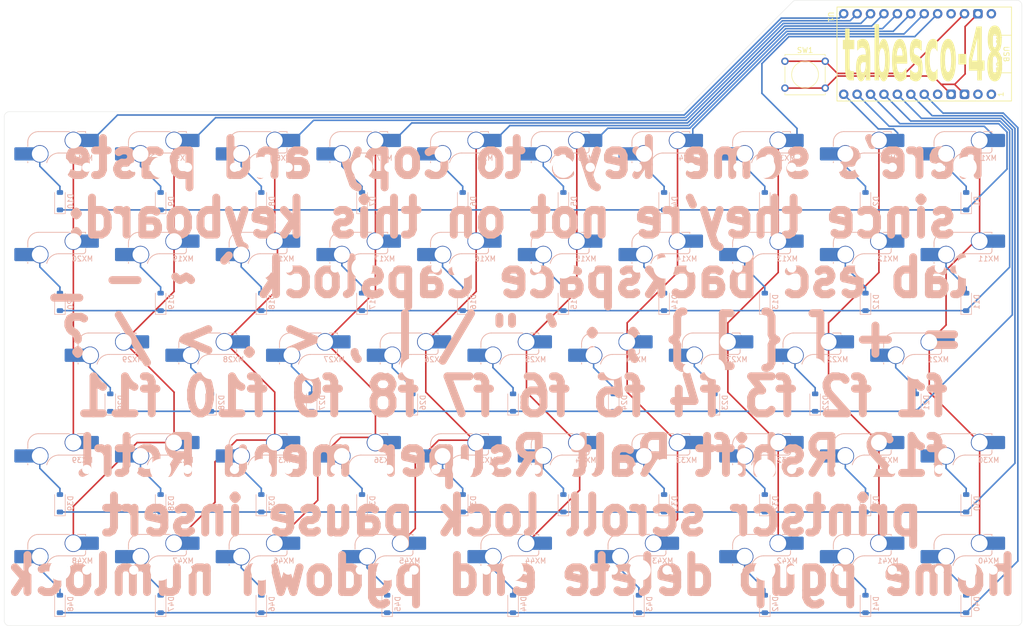
<source format=kicad_pcb>
(kicad_pcb (version 20240108) (generator "pcbnew") (generator_version "8.0")
  (layers (0 "F.Cu" signal) (31 "B.Cu" signal) (34 "B.Paste" user) (35 "F.Paste" user) (36 "B.SilkS" user "B.Silkscreen") (37 "F.SilkS" user "F.Silkscreen") (38 "B.Mask" user) (39 "F.Mask" user) (44 "Edge.Cuts" user))
  (net 0 "")
  (net 1 "/row0")
  (net 2 "Net-(D1-A)")
  (net 3 "Net-(D2-A)")
  (net 4 "Net-(D3-A)")
  (net 5 "Net-(D4-A)")
  (net 6 "Net-(D5-A)")
  (net 7 "Net-(D6-A)")
  (net 8 "Net-(D7-A)")
  (net 9 "Net-(D8-A)")
  (net 10 "Net-(D9-A)")
  (net 11 "Net-(D10-A)")
  (net 12 "Net-(D11-A)")
  (net 13 "/row1")
  (net 14 "Net-(D12-A)")
  (net 15 "Net-(D13-A)")
  (net 16 "Net-(D14-A)")
  (net 17 "Net-(D15-A)")
  (net 18 "Net-(D16-A)")
  (net 19 "Net-(D17-A)")
  (net 20 "Net-(D18-A)")
  (net 21 "Net-(D19-A)")
  (net 22 "Net-(D20-A)")
  (net 23 "Net-(D21-A)")
  (net 24 "/row2")
  (net 25 "Net-(D22-A)")
  (net 26 "Net-(D23-A)")
  (net 27 "Net-(D24-A)")
  (net 28 "Net-(D25-A)")
  (net 29 "Net-(D26-A)")
  (net 30 "Net-(D27-A)")
  (net 31 "Net-(D28-A)")
  (net 32 "Net-(D29-A)")
  (net 33 "Net-(D30-A)")
  (net 34 "/row3")
  (net 35 "Net-(D31-A)")
  (net 36 "Net-(D32-A)")
  (net 37 "Net-(D33-A)")
  (net 38 "Net-(D34-A)")
  (net 39 "Net-(D35-A)")
  (net 40 "Net-(D36-A)")
  (net 41 "Net-(D37-A)")
  (net 42 "Net-(D38-A)")
  (net 43 "Net-(D39-A)")
  (net 44 "/row4")
  (net 45 "Net-(D40-A)")
  (net 46 "Net-(D41-A)")
  (net 47 "Net-(D42-A)")
  (net 48 "Net-(D43-A)")
  (net 49 "Net-(D44-A)")
  (net 50 "Net-(D45-A)")
  (net 51 "Net-(D46-A)")
  (net 52 "Net-(D47-A)")
  (net 53 "Net-(D48-A)")
  (net 54 "/col0")
  (net 55 "/col1")
  (net 56 "/col2")
  (net 57 "/col3")
  (net 58 "/col4")
  (net 59 "/col5")
  (net 60 "/col6")
  (net 61 "/col7")
  (net 62 "/col8")
  (net 63 "/col9")
  (net 64 "RST")
  (net 65 "GND")
  (net 66 "VCC")
  (net 68 "/col_tmo")
  (footprint "Button_Switch_THT:SW_Tactile_Straight_KSA0Axx1LFTR" (layer "F.Cu") (at 206.629 37.846)
    (property "Reference" "SW1")
    (property "Value" "SW_Push")
  )
  (footprint "marbastlib-xp-promicroish:ProMicro_USBdn" (layer "F.Cu") (at 231.7115 36.48075 -90)
    (property "Reference" "U1")
    (property "Value" "ProMicro")
  )
  (footprint "marbastlib-mx:SW_MX_HS_CPG151101S11_1u" (layer "B.Cu") (at 183.769 115.062 180)
    (property "Reference" "MX33")
    (property "Value" "MX_SW_HS")
  )
  (footprint "marbastlib-mx:SW_MX_HS_CPG151101S11_1u" (layer "B.Cu") (at 221.869 115.062 180)
    (property "Reference" "MX31")
    (property "Value" "MX_SW_HS")
  )
  (footprint "marbastlib-mx:SW_MX_HS_CPG151101S11_1u" (layer "B.Cu") (at 155.194 134.112 180)
    (property "Reference" "MX44")
    (property "Value" "MX_SW_HS")
  )
  (footprint "marbastlib-mx:SW_MX_HS_CPG151101S11_1u" (layer "B.Cu") (at 183.769 57.912 180)
    (property "Reference" "MX4")
    (property "Value" "MX_SW_HS")
  )
  (footprint "marbastlib-mx:SW_MX_HS_CPG151101S11_1u" (layer "B.Cu") (at 221.869 76.962 180)
    (property "Reference" "MX12")
    (property "Value" "MX_SW_HS")
  )
  (footprint "marbastlib-mx:SW_MX_HS_CPG151101S11_1u" (layer "B.Cu") (at 107.569 115.062 180)
    (property "Reference" "MX37")
    (property "Value" "MX_SW_HS")
  )
  (footprint "marbastlib-mx:SW_MX_HS_CPG151101S11_1u" (layer "B.Cu") (at 69.469 76.962 180)
    (property "Reference" "MX20")
    (property "Value" "MX_SW_HS")
  )
  (footprint "marbastlib-mx:SW_MX_HS_CPG151101S11_1u" (layer "B.Cu") (at 69.469 115.062 180)
    (property "Reference" "MX39")
    (property "Value" "MX_SW_HS")
  )
  (footprint "marbastlib-mx:SW_MX_HS_CPG151101S11_1u" (layer "B.Cu") (at 202.819 57.912 180)
    (property "Reference" "MX3")
    (property "Value" "MX_SW_HS")
  )
  (footprint "marbastlib-mx:SW_MX_HS_CPG151101S11_1u" (layer "B.Cu") (at 202.819 76.962 180)
    (property "Reference" "MX13")
    (property "Value" "MX_SW_HS")
  )
  (footprint "Diode_SMD:D_SOD-123" (layer "B.Cu") (at 202.819 121.4745 90)
    (property "Reference" "D32")
    (property "Value" "D_Small")
  )
  (footprint "Diode_SMD:D_SOD-123" (layer "B.Cu") (at 221.869 121.4745 90)
    (property "Reference" "D31")
    (property "Value" "D_Small")
  )
  (footprint "marbastlib-mx:SW_MX_HS_CPG151101S11_1u" (layer "B.Cu") (at 221.869 57.912 180)
    (property "Reference" "MX2")
    (property "Value" "MX_SW_HS")
  )
  (footprint "marbastlib-mx:SW_MX_HS_CPG151101S11_1u" (layer "B.Cu") (at 126.619 57.912 180)
    (property "Reference" "MX7")
    (property "Value" "MX_SW_HS")
  )
  (footprint "Diode_SMD:D_SOD-123" (layer "B.Cu") (at 126.619 121.4745 90)
    (property "Reference" "D36")
    (property "Value" "D_Small")
  )
  (footprint "Diode_SMD:D_SOD-123" (layer "B.Cu") (at 164.719 83.3745 90)
    (property "Reference" "D15")
    (property "Value" "D_Small")
  )
  (footprint "marbastlib-mx:SW_MX_HS_CPG151101S11_1u" (layer "B.Cu") (at 240.919 57.912 180)
    (property "Reference" "MX1")
    (property "Value" "MX_SW_HS")
  )
  (footprint "marbastlib-mx:SW_MX_HS_CPG151101S11_1u" (layer "B.Cu") (at 88.519 76.962 180)
    (property "Reference" "MX19")
    (property "Value" "MX_SW_HS")
  )
  (footprint "Diode_SMD:D_SOD-123" (layer "B.Cu") (at 145.669 64.3245 90)
    (property "Reference" "D6")
    (property "Value" "D_Small")
  )
  (footprint "Diode_SMD:D_SOD-123" (layer "B.Cu") (at 164.719 64.3245 90)
    (property "Reference" "D5")
    (property "Value" "D_Small")
  )
  (footprint "marbastlib-mx:SW_MX_HS_CPG151101S11_1u" (layer "B.Cu") (at 240.919 134.112 180)
    (property "Reference" "MX40")
    (property "Value" "MX_SW_HS")
  )
  (footprint "marbastlib-mx:SW_MX_HS_CPG151101S11_1u" (layer "B.Cu") (at 126.619 115.062 180)
    (property "Reference" "MX36")
    (property "Value" "MX_SW_HS")
  )
  (footprint "marbastlib-mx:SW_MX_HS_CPG151101S11_1u" (layer "B.Cu") (at 107.569 134.112 180)
    (property "Reference" "MX46")
    (property "Value" "MX_SW_HS")
  )
  (footprint "Diode_SMD:D_SOD-123" (layer "B.Cu") (at 131.3815 140.5245 90)
    (property "Reference" "D45")
    (property "Value" "D_Small")
  )
  (footprint "marbastlib-mx:SW_MX_HS_CPG151101S11_1u" (layer "B.Cu") (at 145.669 76.962 180)
    (property "Reference" "MX16")
    (property "Value" "MX_SW_HS")
  )
  (footprint "marbastlib-mx:SW_MX_HS_CPG151101S11_1u" (layer "B.Cu") (at 221.869 134.112 180)
    (property "Reference" "MX41")
    (property "Value" "MX_SW_HS")
  )
  (footprint "marbastlib-mx:SW_MX_HS_CPG151101S11_1u" (layer "B.Cu") (at 126.619 76.962 180)
    (property "Reference" "MX17")
    (property "Value" "MX_SW_HS")
  )
  (footprint "Diode_SMD:D_SOD-123" (layer "B.Cu") (at 88.519 64.3245 90)
    (property "Reference" "D9")
    (property "Value" "D_Small")
  )
  (footprint "marbastlib-mx:SW_MX_HS_CPG151101S11_1u" (layer "B.Cu") (at 88.519 57.912 180)
    (property "Reference" "MX9")
    (property "Value" "MX_SW_HS")
  )
  (footprint "marbastlib-mx:SW_MX_HS_CPG151101S11_1u" (layer "B.Cu") (at 155.194 96.012 180)
    (property "Reference" "MX25")
    (property "Value" "MX_SW_HS")
  )
  (footprint "Diode_SMD:D_SOD-123" (layer "B.Cu") (at 69.469 121.4745 90)
    (property "Reference" "D39")
    (property "Value" "D_Small")
  )
  (footprint "Diode_SMD:D_SOD-123" (layer "B.Cu") (at 69.469 140.5245 90)
    (property "Reference" "D48")
    (property "Value" "D_Small")
  )
  (footprint "marbastlib-mx:SW_MX_HS_CPG151101S11_1u" (layer "B.Cu") (at 69.469 57.912 180)
    (property "Reference" "MX10")
    (property "Value" "MX_SW_HS")
  )
  (footprint "Diode_SMD:D_SOD-123" (layer "B.Cu") (at 88.519 83.3745 90)
    (property "Reference" "D19")
    (property "Value" "D_Small")
  )
  (footprint "Diode_SMD:D_SOD-123" (layer "B.Cu") (at 183.769 64.3245 90)
    (property "Reference" "D4")
    (property "Value" "D_Small")
  )
  (footprint "marbastlib-mx:SW_MX_HS_CPG151101S11_1u" (layer "B.Cu") (at 164.719 57.912 180)
    (property "Reference" "MX5")
    (property "Value" "MX_SW_HS")
  )
  (footprint "marbastlib-mx:SW_MX_HS_CPG151101S11_1u" (layer "B.Cu") (at 193.294 96.012 180)
    (property "Reference" "MX23")
    (property "Value" "MX_SW_HS")
  )
  (footprint "Diode_SMD:D_SOD-123" (layer "B.Cu") (at 174.244 102.4245 90)
    (property "Reference" "D24")
    (property "Value" "D_Small")
  )
  (footprint "Diode_SMD:D_SOD-123" (layer "B.Cu") (at 221.869 83.3745 90)
    (property "Reference" "D12")
    (property "Value" "D_Small")
  )
  (footprint "Diode_SMD:D_SOD-123" (layer "B.Cu") (at 126.619 83.3745 90)
    (property "Reference" "D17")
    (property "Value" "D_Small")
  )
  (footprint "Diode_SMD:D_SOD-123" (layer "B.Cu") (at 107.569 64.3245 90)
    (property "Reference" "D8")
    (property "Value" "D_Small")
  )
  (footprint "marbastlib-mx:SW_MX_HS_CPG151101S11_1u" (layer "B.Cu") (at 174.244 96.012 180)
    (property "Reference" "MX24")
    (property "Value" "MX_SW_HS")
  )
  (footprint "marbastlib-mx:SW_MX_HS_CPG151101S11_1u" (layer "B.Cu") (at 117.094 96.012 180)
    (property "Reference" "MX27")
    (property "Value" "MX_SW_HS")
  )
  (footprint "Diode_SMD:D_SOD-123" (layer "B.Cu") (at 179.0065 140.5245 90)
    (property "Reference" "D43")
    (property "Value" "D_Small")
  )
  (footprint "Diode_SMD:D_SOD-123" (layer "B.Cu") (at 202.819 83.3745 90)
    (property "Reference" "D13")
    (property "Value" "D_Small")
  )
  (footprint "Diode_SMD:D_SOD-123" (layer "B.Cu") (at 126.619 64.3245 90)
    (property "Reference" "D7")
    (property "Value" "D_Small")
  )
  (footprint "Diode_SMD:D_SOD-123" (layer "B.Cu") (at 240.919 121.4745 90)
    (property "Reference" "D30")
    (property "Value" "D_Small")
  )
  (footprint "Diode_SMD:D_SOD-123" (layer "B.Cu") (at 221.869 64.3245 90)
    (property "Reference" "D2")
    (property "Value" "D_Small")
  )
  (footprint "Diode_SMD:D_SOD-123" (layer "B.Cu") (at 240.919 64.3245 90)
    (property "Reference" "D1")
    (property "Value" "D_Small")
  )
  (footprint "marbastlib-mx:SW_MX_HS_CPG151101S11_1u" (layer "B.Cu") (at 88.519 134.112 180)
    (property "Reference" "MX47")
    (property "Value" "MX_SW_HS")
  )
  (footprint "Diode_SMD:D_SOD-123" (layer "B.Cu") (at 202.819 140.5245 90)
    (property "Reference" "D42")
    (property "Value" "D_Small")
  )
  (footprint "marbastlib-mx:SW_MX_HS_CPG151101S11_1u" (layer "B.Cu") (at 240.919 115.062 180)
    (property "Reference" "MX30")
    (property "Value" "MX_SW_HS")
  )
  (footprint "marbastlib-mx:SW_MX_HS_CPG151101S11_1u" (layer "B.Cu") (at 183.769 76.962 180)
    (property "Reference" "MX14")
    (property "Value" "MX_SW_HS")
  )
  (footprint "Diode_SMD:D_SOD-123" (layer "B.Cu") (at 145.669 121.4745 90)
    (property "Reference" "D35")
    (property "Value" "D_Small")
  )
  (footprint "marbastlib-mx:SW_MX_HS_CPG151101S11_1u" (layer "B.Cu") (at 240.919 76.962 180)
    (property "Reference" "MX11")
    (property "Value" "MX_SW_HS")
  )
  (footprint "marbastlib-mx:SW_MX_HS_CPG151101S11_1u" (layer "B.Cu") (at 212.344 96.012 180)
    (property "Reference" "MX22")
    (property "Value" "MX_SW_HS")
  )
  (footprint "Diode_SMD:D_SOD-123" (layer "B.Cu") (at 88.519 121.4745 90)
    (property "Reference" "D38")
    (property "Value" "D_Small")
  )
  (footprint "marbastlib-mx:SW_MX_HS_CPG151101S11_1u" (layer "B.Cu") (at 164.719 76.962 180)
    (property "Reference" "MX15")
    (property "Value" "MX_SW_HS")
  )
  (footprint "marbastlib-mx:SW_MX_HS_CPG151101S11_1u" (layer "B.Cu") (at 179.244 134.112 180)
    (property "Reference" "MX43")
    (property "Value" "MX_SW_HS")
  )
  (footprint "marbastlib-mx:SW_MX_HS_CPG151101S11_1u" (layer "B.Cu") (at 145.669 115.062 180)
    (property "Reference" "MX35")
    (property "Value" "MX_SW_HS")
  )
  (footprint "Diode_SMD:D_SOD-123" (layer "B.Cu") (at 145.669 83.3745 90)
    (property "Reference" "D16")
    (property "Value" "D_Small")
  )
  (footprint "Diode_SMD:D_SOD-123" (layer "B.Cu") (at 107.569 121.4745 90)
    (property "Reference" "D37")
    (property "Value" "D_Small")
  )
  (footprint "Diode_SMD:D_SOD-123" (layer "B.Cu") (at 164.719 121.4745 90)
    (property "Reference" "D34")
    (property "Value" "D_Small")
  )
  (footprint "Diode_SMD:D_SOD-123" (layer "B.Cu") (at 78.994 102.4245 90)
    (property "Reference" "D29")
    (property "Value" "D_Small")
  )
  (footprint "Diode_SMD:D_SOD-123" (layer "B.Cu") (at 69.469 83.3745 90)
    (property "Reference" "D20")
    (property "Value" "D_Small")
  )
  (footprint "marbastlib-mx:SW_MX_HS_CPG151101S11_1u" (layer "B.Cu") (at 78.994 96.012 180)
    (property "Reference" "MX29")
    (property "Value" "MX_SW_HS")
  )
  (footprint "Diode_SMD:D_SOD-123" (layer "B.Cu") (at 193.294 102.4245 90)
    (property "Reference" "D23")
    (property "Value" "D_Small")
  )
  (footprint "Diode_SMD:D_SOD-123" (layer "B.Cu") (at 240.919 140.5245 90)
    (property "Reference" "D40")
    (property "Value" "D_Small")
  )
  (footprint "marbastlib-mx:SW_MX_HS_CPG151101S11_1u" (layer "B.Cu") (at 164.719 115.062 180)
    (property "Reference" "MX34")
    (property "Value" "MX_SW_HS")
  )
  (footprint "Diode_SMD:D_SOD-123" (layer "B.Cu") (at 231.394 102.4245 90)
    (property "Reference" "D21")
    (property "Value" "D_Small")
  )
  (footprint "marbastlib-mx:SW_MX_HS_CPG151101S11_1u" (layer "B.Cu") (at 107.569 57.912 180)
    (property "Reference" "MX8")
    (property "Value" "MX_SW_HS")
  )
  (footprint "Diode_SMD:D_SOD-123" (layer "B.Cu") (at 107.569 83.3745 90)
    (property "Reference" "D18")
    (property "Value" "D_Small")
  )
  (footprint "Diode_SMD:D_SOD-123" (layer "B.Cu") (at 155.194 102.4245 90)
    (property "Reference" "D25")
    (property "Value" "D_Small")
  )
  (footprint "Diode_SMD:D_SOD-123" (layer "B.Cu") (at 136.144 102.4245 90)
    (property "Reference" "D26")
    (property "Value" "D_Small")
  )
  (footprint "marbastlib-mx:SW_MX_HS_CPG151101S11_1u" (layer "B.Cu") (at 136.144 96.012 180)
    (property "Reference" "MX26")
    (property "Value" "MX_SW_HS")
  )
  (footprint "Diode_SMD:D_SOD-123" (layer "B.Cu") (at 117.094 102.4245 90)
    (property "Reference" "D27")
    (property "Value" "D_Small")
  )
  (footprint "marbastlib-mx:SW_MX_HS_CPG151101S11_1u" (layer "B.Cu") (at 69.469 134.112 180)
    (property "Reference" "MX48")
    (property "Value" "MX_SW_HS")
  )
  (footprint "marbastlib-mx:SW_MX_HS_CPG151101S11_1u" (layer "B.Cu") (at 145.669 57.912 180)
    (property "Reference" "MX6")
    (property "Value" "MX_SW_HS")
  )
  (footprint "marbastlib-mx:SW_MX_HS_CPG151101S11_1u" (layer "B.Cu") (at 98.044 96.012 180)
    (property "Reference" "MX28")
    (property "Value" "MX_SW_HS")
  )
  (footprint "marbastlib-mx:SW_MX_HS_CPG151101S11_1u" (layer "B.Cu") (at 88.519 115.062 180)
    (property "Reference" "MX38")
    (property "Value" "MX_SW_HS")
  )
  (footprint "Diode_SMD:D_SOD-123" (layer "B.Cu") (at 88.519 140.5245 90)
    (property "Reference" "D47")
    (property "Value" "D_Small")
  )
  (footprint "Diode_SMD:D_SOD-123" (layer "B.Cu") (at 155.194 140.5245 90)
    (property "Reference" "D44")
    (property "Value" "D_Small")
  )
  (footprint "Diode_SMD:D_SOD-123" (layer "B.Cu") (at 221.869 140.5245 90)
    (property "Reference" "D41")
    (property "Value" "D_Small")
  )
  (footprint "Diode_SMD:D_SOD-123" (layer "B.Cu") (at 202.819 64.3245 90)
    (property "Reference" "D3")
    (property "Value" "D_Small")
  )
  (footprint "marbastlib-mx:SW_MX_HS_CPG151101S11_1u" (layer "B.Cu") (at 107.569 76.962 180)
    (property "Reference" "MX18")
    (property "Value" "MX_SW_HS")
  )
  (footprint "Diode_SMD:D_SOD-123" (layer "B.Cu") (at 183.769 121.4745 90)
    (property "Reference" "D33")
    (property "Value" "D_Small")
  )
  (footprint "Diode_SMD:D_SOD-123" (layer "B.Cu") (at 69.469 64.3245 90)
    (property "Reference" "D10")
    (property "Value" "D_Small")
  )
  (footprint "Diode_SMD:D_SOD-123" (layer "B.Cu") (at 212.344 102.4245 90)
    (property "Reference" "D22")
    (property "Value" "D_Small")
  )
  (footprint "marbastlib-mx:SW_MX_HS_CPG151101S11_1u" (layer "B.Cu") (at 131.3815 134.112 180)
    (property "Reference" "MX45")
    (property "Value" "MX_SW_HS")
  )
  (footprint "Diode_SMD:D_SOD-123" (layer "B.Cu") (at 107.569 140.5245 90)
    (property "Reference" "D46")
    (property "Value" "D_Small")
  )
  (footprint "Diode_SMD:D_SOD-123" (layer "B.Cu") (at 98.044 102.4245 90)
    (property "Reference" "D28")
    (property "Value" "D_Small")
  )
  (footprint "marbastlib-mx:SW_MX_HS_CPG151101S11_1u" (layer "B.Cu") (at 202.819 115.062 180)
    (property "Reference" "MX32")
    (property "Value" "MX_SW_HS")
  )
  (footprint "marbastlib-mx:SW_MX_HS_CPG151101S11_1u" (layer "B.Cu") (at 231.394 96.012 180)
    (property "Reference" "MX21")
    (property "Value" "MX_SW_HS")
  )
  (footprint "Diode_SMD:D_SOD-123" (layer "B.Cu") (at 240.919 83.3745 90)
    (property "Reference" "D11")
    (property "Value" "D_Small")
  )
  (footprint "marbastlib-mx:SW_MX_HS_CPG151101S11_1u" (layer "B.Cu") (at 202.819 134.112 180)
    (property "Reference" "MX42")
    (property "Value" "MX_SW_HS")
  )
  (footprint "Diode_SMD:D_SOD-123" (layer "B.Cu") (at 183.769 83.3745 90)
    (property "Reference" "D14")
    (property "Value" "D_Small")
  )
  (gr_arc (start 58.928 48.387) (mid 59.22558 47.66858) (end 59.944 47.371) (stroke (width 0.05)) (layer "Edge.Cuts"))
  (gr_line (start 208.834 26.287) (end 250.444 26.289) (stroke (width 0.05)) (layer "Edge.Cuts"))
  (gr_line (start 208.153989 26.537265) (end 187.574 47.117) (stroke (width 0.05)) (layer "Edge.Cuts"))
  (gr_line (start 251.46 27.305) (end 251.46 143.637) (stroke (width 0.05)) (layer "Edge.Cuts"))
  (gr_arc (start 250.444 26.289) (mid 251.16242 26.58658) (end 251.46 27.305) (stroke (width 0.05)) (layer "Edge.Cuts"))
  (gr_arc (start 208.153989 26.537265) (mid 208.468943 26.344063) (end 208.834 26.287) (stroke (width 0.05)) (layer "Edge.Cuts"))
  (gr_arc (start 187.574 47.117) (mid 187.259046 47.310202) (end 186.893989 47.367265) (stroke (width 0.05)) (layer "Edge.Cuts"))
  (gr_line (start 59.944 144.653) (end 250.444 144.653) (stroke (width 0.05)) (layer "Edge.Cuts"))
  (gr_line (start 58.928 48.387) (end 58.928 143.637) (stroke (width 0.05)) (layer "Edge.Cuts"))
  (gr_line (start 59.944 47.371) (end 186.893989 47.367265) (stroke (width 0.05)) (layer "Edge.Cuts"))
  (gr_arc (start 59.944 144.653) (mid 59.22558 144.35542) (end 58.928 143.637) (stroke (width 0.05)) (layer "Edge.Cuts"))
  (gr_arc (start 251.46 143.637) (mid 251.16242 144.35542) (end 250.444 144.653) (stroke (width 0.05)) (layer "Edge.Cuts"))
  (gr_text "here's some keys to copy and paste \nsince they're not on this keyboard:\ntab esc backspace capslock ` ~ - _\n= + [ { ] } ; : ' {dblquote} \\ | , < . > / ?\nf1 f2 f3 f4 f5 f6 f7 f8 f9 f10 f11\nf12 Rshift Ralt Rsuper menu Rctrl\nprintscr scroll lock pause insert\nhome pgup delete end pgdown numlock\n" (at 154.993134 95.661112 0) (layer "B.SilkS") (effects (font (size 7 6.25) (thickness 1.5) (bold yes)) (justify mirror)))
  (gr_text "tabesco-48" (at 232.774 37.317 0) (layer "F.SilkS") (effects (font (size 10 3.5) (thickness 0.8) (bold yes))))
  (segment (start 228.37775 49.657) (end 247.064 49.657) (width 0.3) (layer "B.Cu") (net 1))
  (segment (start 221.869 65.9745) (end 202.819 65.9745) (width 0.3) (layer "B.Cu") (net 1))
  (segment (start 248.644 58.2495) (end 240.919 65.9745) (width 0.3) (layer "B.Cu") (net 1))
  (segment (start 240.919 65.9745) (end 221.869 65.9745) (width 0.3) (layer "B.Cu") (net 1))
  (segment (start 202.819 65.9745) (end 69.469 65.9745) (width 0.3) (layer "B.Cu") (net 1))
  (segment (start 247.064 49.657) (end 248.644 51.237) (width 0.3) (layer "B.Cu") (net 1))
  (segment (start 248.644 51.237) (end 248.644 58.2495) (width 0.3) (layer "B.Cu") (net 1))
  (segment (start 222.8215 44.10075) (end 228.37775 49.657) (width 0.3) (layer "B.Cu") (net 1))
  (segment (start 240.919 61.515452) (end 240.919 62.6745) (width 0.3) (layer "B.Cu") (net 2))
  (segment (start 237.109 55.372) (end 237.109 57.705452) (width 0.3) (layer "B.Cu") (net 2))
  (segment (start 237.109 57.705452) (end 240.919 61.515452) (width 0.3) (layer "B.Cu") (net 2))
  (segment (start 218.059 57.705452) (end 221.869 61.515452) (width 0.3) (layer "B.Cu") (net 3))
  (segment (start 221.869 61.515452) (end 221.869 62.6745) (width 0.3) (layer "B.Cu") (net 3))
  (segment (start 218.059 55.372) (end 218.059 57.705452) (width 0.3) (layer "B.Cu") (net 3))
  (segment (start 199.009 57.705452) (end 202.819 61.515452) (width 0.3) (layer "B.Cu") (net 4))
  (segment (start 202.819 61.515452) (end 202.819 62.6745) (width 0.3) (layer "B.Cu") (net 4))
  (segment (start 199.009 55.372) (end 199.009 57.705452) (width 0.3) (layer "B.Cu") (net 4))
  (segment (start 179.959 55.372) (end 179.959 57.705452) (width 0.3) (layer "B.Cu") (net 5))
  (segment (start 183.769 61.515452) (end 183.769 62.6745) (width 0.3) (layer "B.Cu") (net 5))
  (segment (start 179.959 57.705452) (end 183.769 61.515452) (width 0.3) (layer "B.Cu") (net 5))
  (segment (start 160.909 57.705452) (end 164.719 61.515452) (width 0.3) (layer "B.Cu") (net 6))
  (segment (start 164.719 61.515452) (end 164.719 62.6745) (width 0.3) (layer "B.Cu") (net 6))
  (segment (start 160.909 55.372) (end 160.909 57.705452) (width 0.3) (layer "B.Cu") (net 6))
  (segment (start 145.669 61.515452) (end 145.669 62.6745) (width 0.3) (layer "B.Cu") (net 7))
  (segment (start 141.859 57.705452) (end 145.669 61.515452) (width 0.3) (layer "B.Cu") (net 7))
  (segment (start 141.859 55.372) (end 141.859 57.705452) (width 0.3) (layer "B.Cu") (net 7))
  (segment (start 122.809 57.705452) (end 126.619 61.515452) (width 0.3) (layer "B.Cu") (net 8))
  (segment (start 126.619 61.515452) (end 126.619 62.6745) (width 0.3) (layer "B.Cu") (net 8))
  (segment (start 122.809 55.372) (end 122.809 57.705452) (width 0.3) (layer "B.Cu") (net 8))
  (segment (start 103.759 57.705452) (end 107.569 61.515452) (width 0.3) (layer "B.Cu") (net 9))
  (segment (start 107.569 61.515452) (end 107.569 62.6745) (width 0.3) (layer "B.Cu") (net 9))
  (segment (start 103.759 55.372) (end 103.759 57.705452) (width 0.3) (layer "B.Cu") (net 9))
  (segment (start 84.709 55.372) (end 84.709 57.705452) (width 0.3) (layer "B.Cu") (net 10))
  (segment (start 88.519 61.515452) (end 88.519 62.6745) (width 0.3) (layer "B.Cu") (net 10))
  (segment (start 84.709 57.705452) (end 88.519 61.515452) (width 0.3) (layer "B.Cu") (net 10))
  (segment (start 69.469 61.515452) (end 69.469 62.6745) (width 0.3) (layer "B.Cu") (net 11))
  (segment (start 65.659 55.372) (end 65.659 57.705452) (width 0.3) (layer "B.Cu") (net 11))
  (segment (start 65.659 57.705452) (end 69.469 61.515452) (width 0.3) (layer "B.Cu") (net 11))
  (segment (start 237.109 74.422) (end 237.109 76.755452) (width 0.3) (layer "B.Cu") (net 12))
  (segment (start 237.109 76.755452) (end 240.919 80.565452) (width 0.3) (layer "B.Cu") (net 12))
  (segment (start 240.919 80.565452) (end 240.919 81.7245) (width 0.3) (layer "B.Cu") (net 12))
  (segment (start 249.144 50.991) (end 249.144 76.7995) (width 0.3) (layer "B.Cu") (net 13))
  (segment (start 247.31 49.157) (end 249.144 50.991) (width 0.3) (layer "B.Cu") (net 13))
  (segment (start 249.144 76.7995) (end 240.919 85.0245) (width 0.3) (layer "B.Cu") (net 13))
  (segment (start 225.3615 44.10075) (end 230.41775 49.157) (width 0.3) (layer "B.Cu") (net 13))
  (segment (start 230.41775 49.157) (end 247.31 49.157) (width 0.3) (layer "B.Cu") (net 13))
  (segment (start 69.469 85.0245) (end 240.919 85.0245) (width 0.3) (layer "B.Cu") (net 13))
  (segment (start 221.869 80.565452) (end 221.869 81.7245) (width 0.3) (layer "B.Cu") (net 14))
  (segment (start 218.059 74.422) (end 218.059 76.755452) (width 0.3) (layer "B.Cu") (net 14))
  (segment (start 218.059 76.755452) (end 221.869 80.565452) (width 0.3) (layer "B.Cu") (net 14))
  (segment (start 199.009 76.755452) (end 202.819 80.565452) (width 0.3) (layer "B.Cu") (net 15))
  (segment (start 202.819 80.565452) (end 202.819 81.7245) (width 0.3) (layer "B.Cu") (net 15))
  (segment (start 199.009 74.422) (end 199.009 76.755452) (width 0.3) (layer "B.Cu") (net 15))
  (segment (start 179.959 74.422) (end 179.959 76.755452) (width 0.3) (layer "B.Cu") (net 16))
  (segment (start 183.769 80.565452) (end 183.769 81.7245) (width 0.3) (layer "B.Cu") (net 16))
  (segment (start 179.959 76.755452) (end 183.769 80.565452) (width 0.3) (layer "B.Cu") (net 16))
  (segment (start 160.909 74.422) (end 160.909 76.755452) (width 0.3) (layer "B.Cu") (net 17))
  (segment (start 164.719 80.565452) (end 164.719 81.7245) (width 0.3) (layer "B.Cu") (net 17))
  (segment (start 160.909 76.755452) (end 164.719 80.565452) (width 0.3) (layer "B.Cu") (net 17))
  (segment (start 141.859 76.755452) (end 145.669 80.565452) (width 0.3) (layer "B.Cu") (net 18))
  (segment (start 145.669 80.565452) (end 145.669 81.7245) (width 0.3) (layer "B.Cu") (net 18))
  (segment (start 141.859 74.422) (end 141.859 76.755452) (width 0.3) (layer "B.Cu") (net 18))
  (segment (start 122.809 74.422) (end 122.809 76.537486) (width 0.3) (layer "B.Cu") (net 19))
  (segment (start 126.619 80.347486) (end 126.619 81.7245) (width 0.3) (layer "B.Cu") (net 19))
  (segment (start 122.809 76.537486) (end 126.619 80.347486) (width 0.3) (layer "B.Cu") (net 19))
  (segment (start 103.759 76.755452) (end 107.569 80.565452) (width 0.3) (layer "B.Cu") (net 20))
  (segment (start 103.759 74.422) (end 103.759 76.755452) (width 0.3) (layer "B.Cu") (net 20))
  (segment (start 107.569 80.565452) (end 107.569 81.7245) (width 0.3) (layer "B.Cu") (net 20))
  (segment (start 84.709 76.755452) (end 88.519 80.565452) (width 0.3) (layer "B.Cu") (net 21))
  (segment (start 88.519 80.565452) (end 88.519 81.7245) (width 0.3) (layer "B.Cu") (net 21))
  (segment (start 84.709 74.422) (end 84.709 76.755452) (width 0.3) (layer "B.Cu") (net 21))
  (segment (start 69.469 80.565452) (end 69.469 81.7245) (width 0.3) (layer "B.Cu") (net 22))
  (segment (start 65.659 74.422) (end 65.659 76.755452) (width 0.3) (layer "B.Cu") (net 22))
  (segment (start 65.659 76.755452) (end 69.469 80.565452) (width 0.3) (layer "B.Cu") (net 22))
  (segment (start 231.394 99.615452) (end 231.394 100.7745) (width 0.3) (layer "B.Cu") (net 23))
  (segment (start 227.584 93.472) (end 227.584 95.805452) (width 0.3) (layer "B.Cu") (net 23))
  (segment (start 227.584 95.805452) (end 231.394 99.615452) (width 0.3) (layer "B.Cu") (net 23))
  (segment (start 247.517107 48.657) (end 249.644 50.783893) (width 0.3) (layer "B.Cu") (net 24))
  (segment (start 231.394 104.0745) (end 78.994 104.0745) (width 0.3) (layer "B.Cu") (net 24))
  (segment (start 249.644 85.8245) (end 231.394 104.0745) (width 0.3) (layer "B.Cu") (net 24))
  (segment (start 227.9015 44.10075) (end 232.45775 48.657) (width 0.3) (layer "B.Cu") (net 24))
  (segment (start 232.45775 48.657) (end 247.517107 48.657) (width 0.3) (layer "B.Cu") (net 24))
  (segment (start 249.644 50.783893) (end 249.644 85.8245) (width 0.3) (layer "B.Cu") (net 24))
  (segment (start 208.534 95.805452) (end 212.344 99.615452) (width 0.3) (layer "B.Cu") (net 25))
  (segment (start 208.534 93.472) (end 208.534 95.805452) (width 0.3) (layer "B.Cu") (net 25))
  (segment (start 212.344 99.615452) (end 212.344 100.7745) (width 0.3) (layer "B.Cu") (net 25))
  (segment (start 189.484 93.472) (end 189.484 95.587486) (width 0.3) (layer "B.Cu") (net 26))
  (segment (start 189.484 95.587486) (end 193.294 99.397486) (width 0.3) (layer "B.Cu") (net 26))
  (segment (start 193.294 99.397486) (end 193.294 100.7745) (width 0.3) (layer "B.Cu") (net 26))
  (segment (start 170.434 93.472) (end 170.434 95.805452) (width 0.3) (layer "B.Cu") (net 27))
  (segment (start 170.434 95.805452) (end 174.244 99.615452) (width 0.3) (layer "B.Cu") (net 27))
  (segment (start 174.244 99.615452) (end 174.244 100.7745) (width 0.3) (layer "B.Cu") (net 27))
  (segment (start 151.384 95.805452) (end 155.194 99.615452) (width 0.3) (layer "B.Cu") (net 28))
  (segment (start 155.194 99.615452) (end 155.194 100.7745) (width 0.3) (layer "B.Cu") (net 28))
  (segment (start 151.384 93.472) (end 151.384 95.805452) (width 0.3) (layer "B.Cu") (net 28))
  (segment (start 136.144 99.615452) (end 136.144 100.7745) (width 0.3) (layer "B.Cu") (net 29))
  (segment (start 132.334 95.805452) (end 136.144 99.615452) (width 0.3) (layer "B.Cu") (net 29))
  (segment (start 132.334 93.472) (end 132.334 95.805452) (width 0.3) (layer "B.Cu") (net 29))
  (segment (start 117.094 99.397486) (end 117.094 100.7745) (width 0.3) (layer "B.Cu") (net 30))
  (segment (start 113.284 93.472) (end 113.284 95.587486) (width 0.3) (layer "B.Cu") (net 30))
  (segment (start 113.284 95.587486) (end 117.094 99.397486) (width 0.3) (layer "B.Cu") (net 30))
  (segment (start 98.044 99.615452) (end 98.044 100.7745) (width 0.3) (layer "B.Cu") (net 31))
  (segment (start 94.234 93.472) (end 94.234 95.805452) (width 0.3) (layer "B.Cu") (net 31))
  (segment (start 94.234 95.805452) (end 98.044 99.615452) (width 0.3) (layer "B.Cu") (net 31))
  (segment (start 78.994 99.615452) (end 78.994 100.7745) (width 0.3) (layer "B.Cu") (net 32))
  (segment (start 75.184 93.472) (end 75.184 95.805452) (width 0.3) (layer "B.Cu") (net 32))
  (segment (start 75.184 95.805452) (end 78.994 99.615452) (width 0.3) (layer "B.Cu") (net 32))
  (segment (start 237.109 112.522) (end 237.109 114.855452) (width 0.3) (layer "B.Cu") (net 33))
  (segment (start 240.919 118.665452) (end 240.919 119.8245) (width 0.3) (layer "B.Cu") (net 33))
  (segment (start 237.109 114.855452) (end 240.919 118.665452) (width 0.3) (layer "B.Cu") (net 33))
  (segment (start 247.724214 48.157) (end 250.144 50.576786) (width 0.3) (layer "B.Cu") (net 34))
  (segment (start 250.144 113.8995) (end 240.919 123.1245) (width 0.3) (layer "B.Cu") (net 34))
  (segment (start 234.49775 48.157) (end 247.724214 48.157) (width 0.3) (layer "B.Cu") (net 34))
  (segment (start 230.4415 44.10075) (end 234.49775 48.157) (width 0.3) (layer "B.Cu") (net 34))
  (segment (start 250.144 50.576786) (end 250.144 113.8995) (width 0.3) (layer "B.Cu") (net 34))
  (segment (start 69.469 123.1245) (end 240.919 123.1245) (width 0.3) (layer "B.Cu") (net 34))
  (segment (start 218.059 114.855452) (end 221.869 118.665452) (width 0.3) (layer "B.Cu") (net 35))
  (segment (start 218.059 112.522) (end 218.059 114.855452) (width 0.3) (layer "B.Cu") (net 35))
  (segment (start 221.869 118.665452) (end 221.869 119.8245) (width 0.3) (layer "B.Cu") (net 35))
  (segment (start 202.819 118.665452) (end 202.819 119.8245) (width 0.3) (layer "B.Cu") (net 36))
  (segment (start 199.009 112.522) (end 199.009 114.855452) (width 0.3) (layer "B.Cu") (net 36))
  (segment (start 199.009 114.855452) (end 202.819 118.665452) (width 0.3) (layer "B.Cu") (net 36))
  (segment (start 183.769 118.665452) (end 183.769 119.8245) (width 0.3) (layer "B.Cu") (net 37))
  (segment (start 179.959 114.855452) (end 183.769 118.665452) (width 0.3) (layer "B.Cu") (net 37))
  (segment (start 179.959 112.522) (end 179.959 114.855452) (width 0.3) (layer "B.Cu") (net 37))
  (segment (start 160.909 112.522) (end 160.909 114.855452) (width 0.3) (layer "B.Cu") (net 38))
  (segment (start 160.909 114.855452) (end 164.719 118.665452) (width 0.3) (layer "B.Cu") (net 38))
  (segment (start 164.719 118.665452) (end 164.719 119.8245) (width 0.3) (layer "B.Cu") (net 38))
  (segment (start 141.859 112.522) (end 141.859 114.855452) (width 0.3) (layer "B.Cu") (net 39))
  (segment (start 141.859 114.855452) (end 145.669 118.665452) (width 0.3) (layer "B.Cu") (net 39))
  (segment (start 145.669 118.665452) (end 145.669 119.8245) (width 0.3) (layer "B.Cu") (net 39))
  (segment (start 126.619 118.665452) (end 126.619 119.8245) (width 0.3) (layer "B.Cu") (net 40))
  (segment (start 122.809 114.855452) (end 126.619 118.665452) (width 0.3) (layer "B.Cu") (net 40))
  (segment (start 122.809 112.522) (end 122.809 114.855452) (width 0.3) (layer "B.Cu") (net 40))
  (segment (start 103.759 114.855452) (end 107.569 118.665452) (width 0.3) (layer "B.Cu") (net 41))
  (segment (start 103.759 112.522) (end 103.759 114.855452) (width 0.3) (layer "B.Cu") (net 41))
  (segment (start 107.569 118.665452) (end 107.569 119.8245) (width 0.3) (layer "B.Cu") (net 41))
  (segment (start 88.519 118.665452) (end 88.519 119.8245) (width 0.3) (layer "B.Cu") (net 42))
  (segment (start 84.709 114.855452) (end 88.519 118.665452) (width 0.3) (layer "B.Cu") (net 42))
  (segment (start 84.709 112.522) (end 84.709 114.855452) (width 0.3) (layer "B.Cu") (net 42))
  (segment (start 69.469 118.665452) (end 69.469 119.8245) (width 0.3) (layer "B.Cu") (net 43))
  (segment (start 65.659 112.522) (end 65.659 114.855452) (width 0.3) (layer "B.Cu") (net 43))
  (segment (start 65.659 114.855452) (end 69.469 118.665452) (width 0.3) (layer "B.Cu") (net 43))
  (segment (start 247.931321 47.657) (end 250.694 50.419679) (width 0.3) (layer "B.Cu") (net 44))
  (segment (start 236.53775 47.657) (end 247.931321 47.657) (width 0.3) (layer "B.Cu") (net 44))
  (segment (start 232.9815 44.10075) (end 236.53775 47.657) (width 0.3) (layer "B.Cu") (net 44))
  (segment (start 250.694 50.419679) (end 250.694 132.3995) (width 0.3) (layer "B.Cu") (net 44))
  (segment (start 250.694 132.3995) (end 240.919 142.1745) (width 0.3) (layer "B.Cu") (net 44))
  (segment (start 240.919 142.1745) (end 69.469 142.1745) (width 0.3) (layer "B.Cu") (net 44))
  (segment (start 237.109 133.905452) (end 240.919 137.715452) (width 0.3) (layer "B.Cu") (net 45))
  (segment (start 237.109 131.572) (end 237.109 133.905452) (width 0.3) (layer "B.Cu") (net 45))
  (segment (start 240.919 137.715452) (end 240.919 138.8745) (width 0.3) (layer "B.Cu") (net 45))
  (segment (start 218.059 133.905452) (end 221.869 137.715452) (width 0.3) (layer "B.Cu") (net 46))
  (segment (start 221.869 137.715452) (end 221.869 138.8745) (width 0.3) (layer "B.Cu") (net 46))
  (segment (start 218.059 131.572) (end 218.059 133.905452) (width 0.3) (layer "B.Cu") (net 46))
  (segment (start 199.009 131.572) (end 199.009 133.905452) (width 0.3) (layer "B.Cu") (net 47))
  (segment (start 199.009 133.905452) (end 202.819 137.715452) (width 0.3) (layer "B.Cu") (net 47))
  (segment (start 202.819 137.715452) (end 202.819 138.8745) (width 0.3) (layer "B.Cu") (net 47))
  (segment (start 179.0065 137.477952) (end 179.0065 138.8745) (width 0.3) (layer "B.Cu") (net 48))
  (segment (start 175.434 131.572) (end 175.434 133.905452) (width 0.3) (layer "B.Cu") (net 48))
  (segment (start 175.434 133.905452) (end 179.0065 137.477952) (width 0.3) (layer "B.Cu") (net 48))
  (segment (start 155.194 137.715452) (end 155.194 138.8745) (width 0.3) (layer "B.Cu") (net 49))
  (segment (start 151.384 133.905452) (end 155.194 137.715452) (width 0.3) (layer "B.Cu") (net 49))
  (segment (start 151.384 131.572) (end 151.384 133.905452) (width 0.3) (layer "B.Cu") (net 49))
  (segment (start 131.3815 137.497486) (end 131.3815 138.8745) (width 0.3) (layer "B.Cu") (net 50))
  (segment (start 127.5715 131.572) (end 127.5715 133.687486) (width 0.3) (layer "B.Cu") (net 50))
  (segment (start 127.5715 133.687486) (end 131.3815 137.497486) (width 0.3) (layer "B.Cu") (net 50))
  (segment (start 103.759 133.687486) (end 107.569 137.497486) (width 0.3) (layer "B.Cu") (net 51))
  (segment (start 107.569 137.497486) (end 107.569 138.8745) (width 0.3) (layer "B.Cu") (net 51))
  (segment (start 103.759 131.572) (end 103.759 133.687486) (width 0.3) (layer "B.Cu") (net 51))
  (segment (start 88.519 137.715452) (end 88.519 138.8745) (width 0.3) (layer "B.Cu") (net 52))
  (segment (start 84.709 131.572) (end 84.709 133.905452) (width 0.3) (layer "B.Cu") (net 52))
  (segment (start 84.709 133.905452) (end 88.519 137.715452) (width 0.3) (layer "B.Cu") (net 52))
  (segment (start 69.469 137.715452) (end 69.469 138.8745) (width 0.3) (layer "B.Cu") (net 53))
  (segment (start 65.659 133.905452) (end 69.469 137.715452) (width 0.3) (layer "B.Cu") (net 53))
  (segment (start 65.659 131.572) (end 65.659 133.905452) (width 0.3) (layer "B.Cu") (net 53))
  (segment (start 233.934 100.457) (end 243.459 109.982) (width 0.3) (layer "F.Cu") (net 54))
  (segment (start 237.114 77.381514) (end 237.114 87.752) (width 0.3) (layer "F.Cu") (net 54))
  (segment (start 243.459 52.832) (end 243.459 71.882) (width 0.3) (layer "F.Cu") (net 54))
  (segment (start 243.459 71.882) (end 242.613514 71.882) (width 0.3) (layer "F.Cu") (net 54))
  (segment (start 237.114 87.752) (end 233.934 90.932) (width 0.3) (layer "F.Cu") (net 54))
  (segment (start 233.934 90.932) (end 233.934 100.457) (width 0.3) (layer "F.Cu") (net 54))
  (segment (start 243.459 109.982) (end 243.459 129.032) (width 0.3) (layer "F.Cu") (net 54))
  (segment (start 242.613514 71.882) (end 237.114 77.381514) (width 0.3) (layer "F.Cu") (net 54))
  (segment (start 226.354 50.157) (end 244.334 50.157) (width 0.3) (layer "B.Cu") (net 54))
  (segment (start 244.334 50.157) (end 247.009 52.832) (width 0.3) (layer "B.Cu") (net 54))
  (segment (start 220.2815 44.10075) (end 220.29775 44.10075) (width 0.3) (layer "B.Cu") (net 54))
  (segment (start 220.29775 44.10075) (end 226.354 50.157) (width 0.3) (layer "B.Cu") (net 54))
  (segment (start 224.409 71.882) (end 224.409 77.807486) (width 0.3) (layer "F.Cu") (net 55))
  (segment (start 224.409 109.982) (end 224.409 129.032) (width 0.3) (layer "F.Cu") (net 55))
  (segment (start 224.409 52.832) (end 224.409 71.882) (width 0.3) (layer "F.Cu") (net 55))
  (segment (start 214.884 100.457) (end 224.409 109.982) (width 0.3) (layer "F.Cu") (net 55))
  (segment (start 214.884 87.332486) (end 214.884 90.932) (width 0.3) (layer "F.Cu") (net 55))
  (segment (start 214.884 90.932) (end 214.884 100.457) (width 0.3) (layer "F.Cu") (net 55))
  (segment (start 224.409 77.807486) (end 214.884 87.332486) (width 0.3) (layer "F.Cu") (net 55))
  (segment (start 227.184 50.657) (end 227.959 51.432) (width 0.3) (layer "B.Cu") (net 55))
  (segment (start 217.7415 44.10075) (end 217.7415 44.1445) (width 0.3) (layer "B.Cu") (net 55))
  (segment (start 217.7415 44.10075) (end 218.447749 44.807) (width 0.3) (layer "B.Cu") (net 55))
  (segment (start 224.297749 50.657) (end 227.184 50.657) (width 0.3) (layer "B.Cu") (net 55))
  (segment (start 227.959 51.432) (end 227.959 52.832) (width 0.3) (layer "B.Cu") (net 55))
  (segment (start 218.447749 44.807) (end 224.297749 50.657) (width 0.3) (layer "B.Cu") (net 55))
  (segment (start 205.359 52.832) (end 205.359 71.882) (width 0.3) (layer "F.Cu") (net 56))
  (segment (start 195.834 90.932) (end 195.834 100.457) (width 0.3) (layer "F.Cu") (net 56))
  (segment (start 205.359 71.882) (end 205.359 77.807486) (width 0.3) (layer "F.Cu") (net 56))
  (segment (start 195.834 87.332486) (end 195.834 90.932) (width 0.3) (layer "F.Cu") (net 56))
  (segment (start 195.834 100.457) (end 205.359 109.982) (width 0.3) (layer "F.Cu") (net 56))
  (segment (start 205.359 109.982) (end 205.359 129.032) (width 0.3) (layer "F.Cu") (net 56))
  (segment (start 205.359 77.807486) (end 195.834 87.332486) (width 0.3) (layer "F.Cu") (net 56))
  (segment (start 208.909 50.552) (end 208.909 52.832) (width 0.3) (layer "B.Cu") (net 56))
  (segment (start 202.274 38.286203) (end 202.274 43.917) (width 0.3) (layer "B.Cu") (net 56))
  (segment (start 235.5215 28.86075) (end 231.19525 33.187) (width 0.3) (layer "B.Cu") (net 56))
  (segment (start 231.19525 33.187) (end 207.373203 33.187) (width 0.3) (layer "B.Cu") (net 56))
  (segment (start 207.373203 33.187) (end 202.274 38.286203) (width 0.3) (layer "B.Cu") (net 56))
  (segment (start 202.274 43.917) (end 208.909 50.552) (width 0.3) (layer "B.Cu") (net 56))
  (segment (start 186.309 71.882) (end 186.309 77.807486) (width 0.3) (layer "F.Cu") (net 57))
  (segment (start 186.309 109.982) (end 186.309 124.507) (width 0.3) (layer "F.Cu") (net 57))
  (segment (start 176.784 100.457) (end 186.309 109.982) (width 0.3) (layer "F.Cu") (net 57))
  (segment (start 176.784 87.332486) (end 176.784 90.932) (width 0.3) (layer "F.Cu") (net 57))
  (segment (start 186.309 52.832) (end 186.309 71.882) (width 0.3) (layer "F.Cu") (net 57))
  (segment (start 186.309 77.807486) (end 176.784 87.332486) (width 0.3) (layer "F.Cu") (net 57))
  (segment (start 186.309 124.507) (end 181.784 129.032) (width 0.3) (layer "F.Cu") (net 57))
  (segment (start 176.784 90.932) (end 176.784 100.457) (width 0.3) (layer "F.Cu") (net 57))
  (segment (start 232.9815 28.86075) (end 229.15525 32.687) (width 0.3) (layer "B.Cu") (net 57))
  (segment (start 229.15525 32.687) (end 207.166097 32.687) (width 0.3) (layer "B.Cu") (net 57))
  (segment (start 189.194 52.167) (end 189.859 52.832) (width 0.3) (layer "B.Cu") (net 57))
  (segment (start 189.194 50.659097) (end 189.194 52.167) (width 0.3) (layer "B.Cu") (net 57))
  (segment (start 207.166097 32.687) (end 189.194 50.659097) (width 0.3) (layer "B.Cu") (net 57))
  (segment (start 167.259 71.882) (end 167.259 81.407) (width 0.3) (layer "F.Cu") (net 58))
  (segment (start 167.794 110.517) (end 167.794 118.972) (width 0.3) (layer "F.Cu") (net 58))
  (segment (start 167.259 109.982) (end 167.794 110.517) (width 0.3) (layer "F.Cu") (net 58))
  (segment (start 167.794 118.972) (end 157.734 129.032) (width 0.3) (layer "F.Cu") (net 58))
  (segment (start 157.734 100.457) (end 167.259 109.982) (width 0.3) (layer "F.Cu") (net 58))
  (segment (start 167.259 52.832) (end 167.259 71.882) (width 0.3) (layer "F.Cu") (net 58))
  (segment (start 167.259 81.407) (end 157.734 90.932) (width 0.3) (layer "F.Cu") (net 58))
  (segment (start 157.734 90.932) (end 157.734 100.457) (width 0.3) (layer "F.Cu") (net 58))
  (segment (start 230.4415 28.86075) (end 227.11525 32.187) (width 0.3) (layer "B.Cu") (net 58))
  (segment (start 188.62546 50.520531) (end 173.120469 50.520531) (width 0.3) (layer "B.Cu") (net 58))
  (segment (start 170.809 52.832) (end 167.259 52.832) (width 0.3) (layer "B.Cu") (net 58))
  (segment (start 173.120469 50.520531) (end 170.809 52.832) (width 0.3) (layer "B.Cu") (net 58))
  (segment (start 206.958991 32.187) (end 188.62546 50.520531) (width 0.3) (layer "B.Cu") (net 58))
  (segment (start 227.11525 32.187) (end 206.958991 32.187) (width 0.3) (layer "B.Cu") (net 58))
  (segment (start 148.209 81.407) (end 138.684 90.932) (width 0.3) (layer "F.Cu") (net 59))
  (segment (start 136.694 126.2595) (end 133.9215 129.032) (width 0.3) (layer "F.Cu") (net 59))
  (segment (start 138.684 90.932) (end 138.684 100.457) (width 0.3) (layer "F.Cu") (net 59))
  (segment (start 148.209 52.832) (end 148.209 71.882) (width 0.3) (layer "F.Cu") (net 59))
  (segment (start 148.209 109.982) (end 147.764 109.537) (width 0.3) (layer "F.Cu") (net 59))
  (segment (start 138.684 100.457) (end 148.209 109.982) (width 0.3) (layer "F.Cu") (net 59))
  (segment (start 136.694 113.957) (end 136.694 126.2595) (width 0.3) (layer "F.Cu") (net 59))
  (segment (start 148.209 71.882) (end 148.209 81.407) (width 0.3) (layer "F.Cu") (net 59))
  (segment (start 141.114 109.537) (end 136.694 113.957) (width 0.3) (layer "F.Cu") (net 59))
  (segment (start 147.764 109.537) (end 141.114 109.537) (width 0.3) (layer "F.Cu") (net 59))
  (segment (start 225.07525 31.687) (end 206.751885 31.687) (width 0.3) (layer "B.Cu") (net 59))
  (segment (start 151.759 52.832) (end 148.209 52.832) (width 0.3) (layer "B.Cu") (net 59))
  (segment (start 154.570469 50.020531) (end 151.759 52.832) (width 0.3) (layer "B.Cu") (net 59))
  (segment (start 206.751885 31.687) (end 188.418354 50.020531) (width 0.3) (layer "B.Cu") (net 59))
  (segment (start 188.418354 50.020531) (end 154.570469 50.020531) (width 0.3) (layer "B.Cu") (net 59))
  (segment (start 227.9015 28.86075) (end 225.07525 31.687) (width 0.3) (layer "B.Cu") (net 59))
  (segment (start 119.634 90.932) (end 129.159 100.457) (width 0.3) (layer "F.Cu") (net 60))
  (segment (start 129.159 109.982) (end 128.184 109.007) (width 0.3) (layer "F.Cu") (net 60))
  (segment (start 118.244 120.897) (end 110.109 129.032) (width 0.3) (layer "F.Cu") (net 60))
  (segment (start 129.159 52.832) (end 129.159 71.882) (width 0.3) (layer "F.Cu") (net 60))
  (segment (start 118.244 113.367) (end 118.244 120.897) (width 0.3) (layer "F.Cu") (net 60))
  (segment (start 128.184 109.007) (end 122.604 109.007) (width 0.3) (layer "F.Cu") (net 60))
  (segment (start 129.159 81.407) (end 119.634 90.932) (width 0.3) (layer "F.Cu") (net 60))
  (segment (start 122.604 109.007) (end 118.244 113.367) (width 0.3) (layer "F.Cu") (net 60))
  (segment (start 129.159 100.457) (end 129.159 109.982) (width 0.3) (layer "F.Cu") (net 60))
  (segment (start 129.159 71.882) (end 129.159 81.407) (width 0.3) (layer "F.Cu") (net 60))
  (segment (start 188.50414 49.227637) (end 206.544777 31.187) (width 0.3) (layer "B.Cu") (net 60))
  (segment (start 206.544777 31.187) (end 223.03525 31.187) (width 0.3) (layer "B.Cu") (net 60))
  (segment (start 223.03525 31.187) (end 225.3615 28.86075) (width 0.3) (layer "B.Cu") (net 60))
  (segment (start 129.159 52.832) (end 132.709 52.832) (width 0.3) (layer "B.Cu") (net 60))
  (segment (start 188.50414 49.227638) (end 188.50414 49.227637) (width 0.3) (layer "B.Cu") (net 60))
  (segment (start 136.020469 49.520531) (end 188.211247 49.520531) (width 0.3) (layer "B.Cu") (net 60))
  (segment (start 188.211247 49.520531) (end 188.50414 49.227638) (width 0.3) (layer "B.Cu") (net 60))
  (segment (start 132.709 52.832) (end 136.020469 49.520531) (width 0.3) (layer "B.Cu") (net 60))
  (segment (start 109.644 109.517) (end 102.914 109.517) (width 0.3) (layer "F.Cu") (net 61))
  (segment (start 98.804 121.287) (end 91.059 129.032) (width 0.3) (layer "F.Cu") (net 61))
  (segment (start 110.109 52.832) (end 110.109 71.882) (width 0.3) (layer "F.Cu") (net 61))
  (segment (start 102.914 109.517) (end 98.804 113.627) (width 0.3) (layer "F.Cu") (net 61))
  (segment (start 100.699 90.932) (end 100.584 90.932) (width 0.3) (layer "F.Cu") (net 61))
  (segment (start 110.109 71.882) (end 110.624 72.397) (width 0.3) (layer "F.Cu") (net 61))
  (segment (start 110.624 72.397) (end 110.624 81.007) (width 0.3) (layer "F.Cu") (net 61))
  (segment (start 100.584 90.932) (end 110.109 100.457) (width 0.3) (layer "F.Cu") (net 61))
  (segment (start 110.624 81.007) (end 100.699 90.932) (width 0.3) (layer "F.Cu") (net 61))
  (segment (start 110.109 109.982) (end 109.644 109.517) (width 0.3) (layer "F.Cu") (net 61))
  (segment (start 98.804 113.627) (end 98.804 121.287) (width 0.3) (layer "F.Cu") (net 61))
  (segment (start 110.109 100.457) (end 110.109 109.982) (width 0.3) (layer "F.Cu") (net 61))
  (segment (start 222.8215 28.86075) (end 220.99525 30.687) (width 0.3) (layer "B.Cu") (net 61))
  (segment (start 206.337671 30.687) (end 188.00414 49.020531) (width 0.3) (layer "B.Cu") (net 61))
  (segment (start 188.00414 49.020531) (end 117.470469 49.020531) (width 0.3) (layer "B.Cu") (net 61))
  (segment (start 220.99525 30.687) (end 206.337671 30.687) (width 0.3) (layer "B.Cu") (net 61))
  (segment (start 113.659 52.832) (end 110.109 52.832) (width 0.3) (layer "B.Cu") (net 61))
  (segment (start 117.470469 49.020531) (end 113.659 52.832) (width 0.3) (layer "B.Cu") (net 61))
  (segment (start 91.059 81.407) (end 81.534 90.932) (width 0.3) (layer "F.Cu") (net 62))
  (segment (start 91.059 52.832) (end 91.059 71.882) (width 0.3) (layer "F.Cu") (net 62))
  (segment (start 84.074 109.982) (end 72.009 122.047) (width 0.3) (layer "F.Cu") (net 62))
  (segment (start 81.534 90.932) (end 91.059 100.457) (width 0.3) (layer "F.Cu") (net 62))
  (segment (start 72.009 122.047) (end 72.009 129.032) (width 0.3) (layer "F.Cu") (net 62))
  (segment (start 91.059 100.457) (end 91.059 109.982) (width 0.3) (layer "F.Cu") (net 62))
  (segment (start 91.059 109.982) (end 84.074 109.982) (width 0.3) (layer "F.Cu") (net 62))
  (segment (start 91.059 71.882) (end 91.059 81.407) (width 0.3) (layer "F.Cu") (net 62))
  (segment (start 206.130565 30.187) (end 187.797034 48.520531) (width 0.3) (layer "B.Cu") (net 62))
  (segment (start 187.797034 48.520531) (end 98.920469 48.520531) (width 0.3) (layer "B.Cu") (net 62))
  (segment (start 98.920469 48.520531) (end 94.609 52.832) (width 0.3) (layer "B.Cu") (net 62))
  (segment (start 94.609 52.832) (end 91.059 52.832) (width 0.3) (layer "B.Cu") (net 62))
  (segment (start 220.2815 28.86075) (end 218.95525 30.187) (width 0.3) (layer "B.Cu") (net 62))
  (segment (start 218.95525 30.187) (end 206.130565 30.187) (width 0.3) (layer "B.Cu") (net 62))
  (segment (start 72.009 52.832) (end 72.009 71.882) (width 0.3) (layer "F.Cu") (net 63))
  (segment (start 72.009 71.882) (end 72.009 109.982) (width 0.3) (layer "F.Cu") (net 63))
  (segment (start 80.370469 48.020531) (end 75.559 52.832) (width 0.3) (layer "B.Cu") (net 63))
  (segment (start 75.559 52.832) (end 72.009 52.832) (width 0.3) (layer "B.Cu") (net 63))
  (segment (start 217.7415 28.86075) (end 216.91525 29.687) (width 0.3) (layer "B.Cu") (net 63))
  (segment (start 205.923242 29.687) (end 187.589711 48.020531) (width 0.3) (layer "B.Cu") (net 63))
  (segment (start 216.91525 29.687) (end 205.923242 29.687) (width 0.3) (layer "B.Cu") (net 63))
  (segment (start 187.589711 48.020531) (end 80.370469 48.020531) (width 0.3) (layer "B.Cu") (net 63))
  (segment (start 214.249 37.846) (end 216.55 40.147) (width 0.3) (layer "F.Cu") (net 64))
  (segment (start 229.31525 40.147) (end 240.6015 28.86075) (width 0.3) (layer "F.Cu") (net 64))
  (segment (start 206.629 37.846) (end 214.249 37.846) (width 0.3) (layer "F.Cu") (net 64))
  (segment (start 216.55 40.147) (end 229.31525 40.147) (width 0.3) (layer "F.Cu") (net 64))
  (segment (start 238.71775 42.217) (end 238.744 42.217) (width 0.3) (layer "F.Cu") (net 65))
  (segment (start 240.714 40.247) (end 240.714 31.28825) (width 0.3) (layer "F.Cu") (net 65))
  (segment (start 236.18825 42.2275) (end 238.0615 44.10075) (width 0.3) (layer "F.Cu") (net 65))
  (segment (start 236.18825 42.2275) (end 236.19875 42.217) (width 0.3) (layer "F.Cu") (net 65))
  (segment (start 206.629 42.926) (end 214.249 42.926) (width 0.3) (layer "F.Cu") (net 65))
  (segment (start 236.19875 42.217) (end 238.71775 42.217) (width 0.3) (layer "F.Cu") (net 65))
  (segment (start 216.528 40.647) (end 234.60775 40.647) (width 0.3) (layer "F.Cu") (net 65))
  (segment (start 214.249 42.926) (end 216.528 40.647) (width 0.3) (layer "F.Cu") (net 65))
  (segment (start 240.714 31.28825) (end 243.1415 28.86075) (width 0.3) (layer "F.Cu") (net 65))
  (segment (start 238.744 42.217) (end 240.714 40.247) (width 0.3) (layer "F.Cu") (net 65))
  (segment (start 234.60775 40.647) (end 236.18825 42.2275) (width 0.3) (layer "F.Cu") (net 65))
  (segment (start 238.71775 42.217) (end 240.6015 44.10075) (width 0.3) (layer "F.Cu") (net 65))
)
</source>
